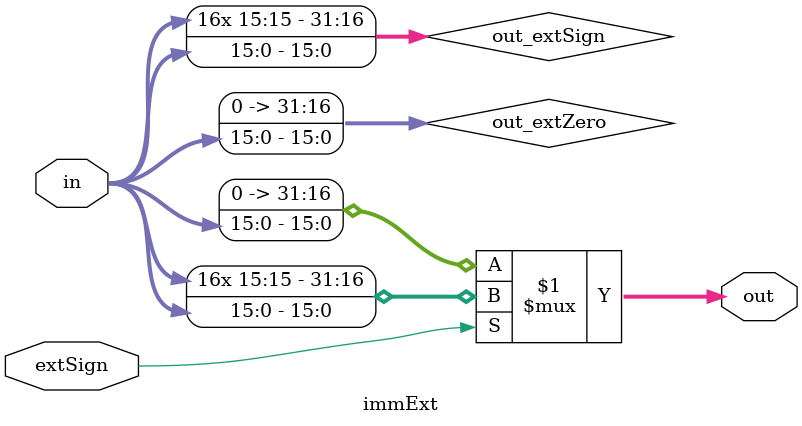
<source format=v>

module immExt(
  output [31:0] out,
  input [15:0] in, input extSign
);

  wire [31:0] out_extZero = {16'b0, in};
  wire [31:0] out_extSign = {{16{in[15]}}, in};
  assign out = extSign ? out_extSign : out_extZero;

endmodule

</source>
